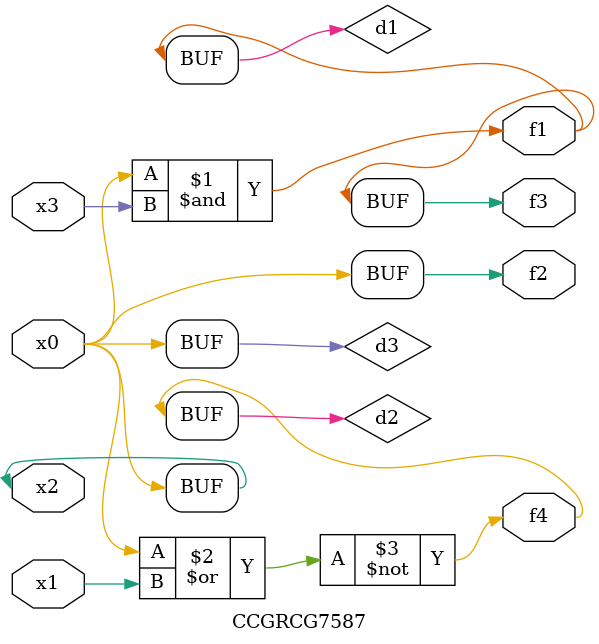
<source format=v>
module CCGRCG7587(
	input x0, x1, x2, x3,
	output f1, f2, f3, f4
);

	wire d1, d2, d3;

	and (d1, x2, x3);
	nor (d2, x0, x1);
	buf (d3, x0, x2);
	assign f1 = d1;
	assign f2 = d3;
	assign f3 = d1;
	assign f4 = d2;
endmodule

</source>
